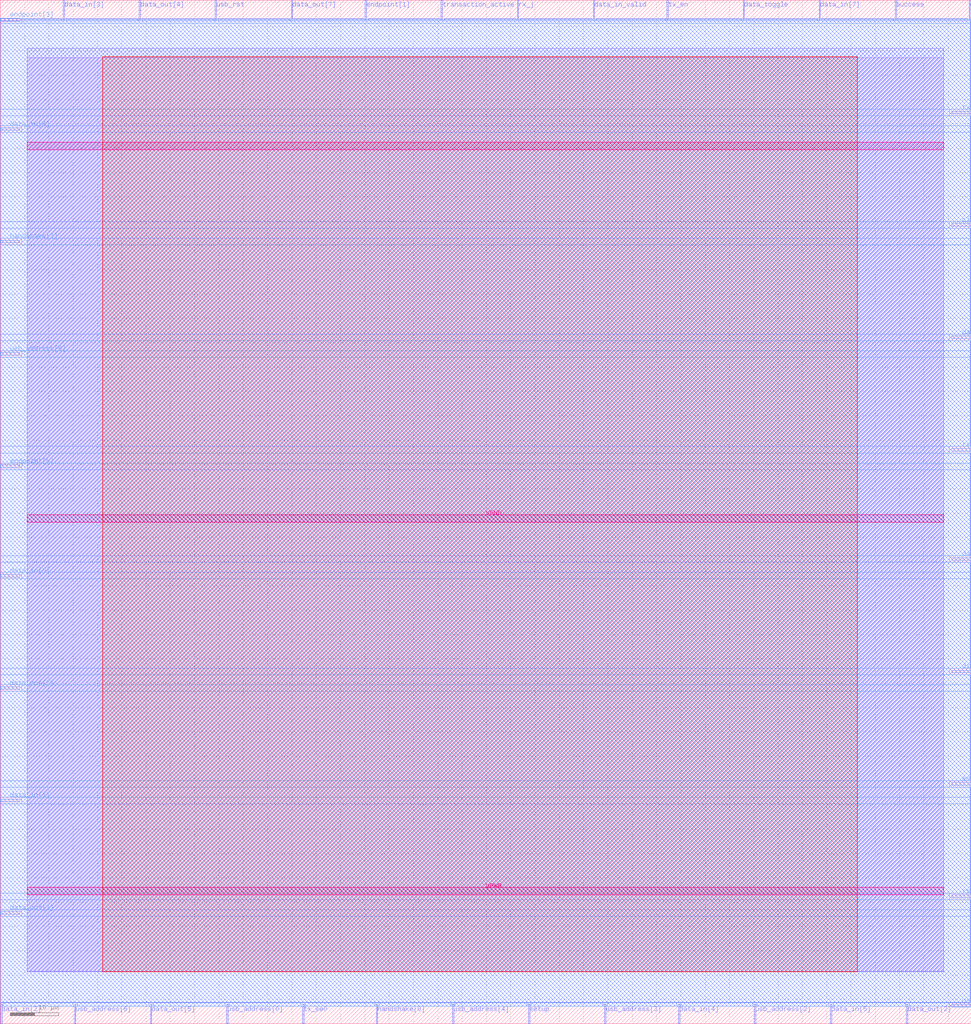
<source format=lef>
VERSION 5.7 ;
  NOWIREEXTENSIONATPIN ON ;
  DIVIDERCHAR "/" ;
  BUSBITCHARS "[]" ;
MACRO usb
  CLASS BLOCK ;
  FOREIGN usb ;
  ORIGIN 0.000 0.000 ;
  SIZE 199.725 BY 210.445 ;
  PIN clk_48
    DIRECTION INPUT ;
    PORT
      LAYER met3 ;
        RECT 195.725 163.920 199.725 164.520 ;
    END
  END clk_48
  PIN data_in[0]
    DIRECTION INPUT ;
    PORT
      LAYER met3 ;
        RECT 0.000 91.840 4.000 92.440 ;
    END
  END data_in[0]
  PIN data_in[1]
    DIRECTION INPUT ;
    PORT
      LAYER met3 ;
        RECT 0.000 45.600 4.000 46.200 ;
    END
  END data_in[1]
  PIN data_in[2]
    DIRECTION INPUT ;
    PORT
      LAYER met2 ;
        RECT 0.090 0.000 0.370 4.000 ;
    END
  END data_in[2]
  PIN data_in[3]
    DIRECTION INPUT ;
    PORT
      LAYER met2 ;
        RECT 12.970 206.445 13.250 210.445 ;
    END
  END data_in[3]
  PIN data_in[4]
    DIRECTION INPUT ;
    PORT
      LAYER met2 ;
        RECT 139.470 0.000 139.750 4.000 ;
    END
  END data_in[4]
  PIN data_in[5]
    DIRECTION INPUT ;
    PORT
      LAYER met2 ;
        RECT 170.750 0.000 171.030 4.000 ;
    END
  END data_in[5]
  PIN data_in[6]
    DIRECTION INPUT ;
    PORT
      LAYER met3 ;
        RECT 0.000 183.640 4.000 184.240 ;
    END
  END data_in[6]
  PIN data_in[7]
    DIRECTION INPUT ;
    PORT
      LAYER met2 ;
        RECT 168.450 206.445 168.730 210.445 ;
    END
  END data_in[7]
  PIN data_in_valid
    DIRECTION INPUT ;
    PORT
      LAYER met2 ;
        RECT 121.990 206.445 122.270 210.445 ;
    END
  END data_in_valid
  PIN data_out[0]
    DIRECTION OUTPUT TRISTATE ;
    PORT
      LAYER met2 ;
        RECT 199.270 206.445 199.550 210.445 ;
    END
  END data_out[0]
  PIN data_out[1]
    DIRECTION OUTPUT TRISTATE ;
    PORT
      LAYER met3 ;
        RECT 0.000 22.480 4.000 23.080 ;
    END
  END data_out[1]
  PIN data_out[2]
    DIRECTION OUTPUT TRISTATE ;
    PORT
      LAYER met2 ;
        RECT 186.390 0.000 186.670 4.000 ;
    END
  END data_out[2]
  PIN data_out[3]
    DIRECTION OUTPUT TRISTATE ;
    PORT
      LAYER met3 ;
        RECT 0.000 68.720 4.000 69.320 ;
    END
  END data_out[3]
  PIN data_out[4]
    DIRECTION OUTPUT TRISTATE ;
    PORT
      LAYER met2 ;
        RECT 28.610 206.445 28.890 210.445 ;
    END
  END data_out[4]
  PIN data_out[5]
    DIRECTION OUTPUT TRISTATE ;
    PORT
      LAYER met2 ;
        RECT 30.910 0.000 31.190 4.000 ;
    END
  END data_out[5]
  PIN data_out[6]
    DIRECTION OUTPUT TRISTATE ;
    PORT
      LAYER met3 ;
        RECT 195.725 95.240 199.725 95.840 ;
    END
  END data_out[6]
  PIN data_out[7]
    DIRECTION OUTPUT TRISTATE ;
    PORT
      LAYER met2 ;
        RECT 59.890 206.445 60.170 210.445 ;
    END
  END data_out[7]
  PIN data_strobe
    DIRECTION OUTPUT TRISTATE ;
    PORT
      LAYER met3 ;
        RECT 195.725 140.800 199.725 141.400 ;
    END
  END data_strobe
  PIN data_toggle
    DIRECTION INPUT ;
    PORT
      LAYER met2 ;
        RECT 152.810 206.445 153.090 210.445 ;
    END
  END data_toggle
  PIN direction_in
    DIRECTION OUTPUT TRISTATE ;
    PORT
      LAYER met3 ;
        RECT 195.725 72.120 199.725 72.720 ;
    END
  END direction_in
  PIN endpoint[0]
    DIRECTION OUTPUT TRISTATE ;
    PORT
      LAYER met3 ;
        RECT 0.000 114.280 4.000 114.880 ;
    END
  END endpoint[0]
  PIN endpoint[1]
    DIRECTION OUTPUT TRISTATE ;
    PORT
      LAYER met2 ;
        RECT 75.070 206.445 75.350 210.445 ;
    END
  END endpoint[1]
  PIN endpoint[2]
    DIRECTION OUTPUT TRISTATE ;
    PORT
      LAYER met3 ;
        RECT 195.725 49.000 199.725 49.600 ;
    END
  END endpoint[2]
  PIN endpoint[3]
    DIRECTION OUTPUT TRISTATE ;
    PORT
      LAYER met3 ;
        RECT 0.000 206.080 4.000 206.680 ;
    END
  END endpoint[3]
  PIN handshake[0]
    DIRECTION INPUT ;
    PORT
      LAYER met2 ;
        RECT 77.370 0.000 77.650 4.000 ;
    END
  END handshake[0]
  PIN handshake[1]
    DIRECTION INPUT ;
    PORT
      LAYER met3 ;
        RECT 0.000 160.520 4.000 161.120 ;
    END
  END handshake[1]
  PIN rst_n
    DIRECTION INPUT ;
    PORT
      LAYER met3 ;
        RECT 195.725 25.880 199.725 26.480 ;
    END
  END rst_n
  PIN rx_j
    DIRECTION INPUT ;
    PORT
      LAYER met2 ;
        RECT 106.350 206.445 106.630 210.445 ;
    END
  END rx_j
  PIN rx_se0
    DIRECTION INPUT ;
    PORT
      LAYER met3 ;
        RECT 195.725 187.040 199.725 187.640 ;
    END
  END rx_se0
  PIN setup
    DIRECTION OUTPUT TRISTATE ;
    PORT
      LAYER met2 ;
        RECT 108.650 0.000 108.930 4.000 ;
    END
  END setup
  PIN success
    DIRECTION OUTPUT TRISTATE ;
    PORT
      LAYER met2 ;
        RECT 184.090 206.445 184.370 210.445 ;
    END
  END success
  PIN transaction_active
    DIRECTION OUTPUT TRISTATE ;
    PORT
      LAYER met2 ;
        RECT 90.710 206.445 90.990 210.445 ;
    END
  END transaction_active
  PIN tx_en
    DIRECTION OUTPUT TRISTATE ;
    PORT
      LAYER met2 ;
        RECT 137.170 206.445 137.450 210.445 ;
    END
  END tx_en
  PIN tx_j
    DIRECTION OUTPUT TRISTATE ;
    PORT
      LAYER met3 ;
        RECT 195.725 117.680 199.725 118.280 ;
    END
  END tx_j
  PIN tx_se0
    DIRECTION OUTPUT TRISTATE ;
    PORT
      LAYER met2 ;
        RECT 62.190 0.000 62.470 4.000 ;
    END
  END tx_se0
  PIN usb_address[0]
    DIRECTION INPUT ;
    PORT
      LAYER met2 ;
        RECT 46.550 0.000 46.830 4.000 ;
    END
  END usb_address[0]
  PIN usb_address[1]
    DIRECTION INPUT ;
    PORT
      LAYER met3 ;
        RECT 195.725 3.440 199.725 4.040 ;
    END
  END usb_address[1]
  PIN usb_address[2]
    DIRECTION INPUT ;
    PORT
      LAYER met2 ;
        RECT 155.110 0.000 155.390 4.000 ;
    END
  END usb_address[2]
  PIN usb_address[3]
    DIRECTION INPUT ;
    PORT
      LAYER met2 ;
        RECT 124.290 0.000 124.570 4.000 ;
    END
  END usb_address[3]
  PIN usb_address[4]
    DIRECTION INPUT ;
    PORT
      LAYER met2 ;
        RECT 93.010 0.000 93.290 4.000 ;
    END
  END usb_address[4]
  PIN usb_address[5]
    DIRECTION INPUT ;
    PORT
      LAYER met3 ;
        RECT 0.000 137.400 4.000 138.000 ;
    END
  END usb_address[5]
  PIN usb_address[6]
    DIRECTION INPUT ;
    PORT
      LAYER met2 ;
        RECT 15.270 0.000 15.550 4.000 ;
    END
  END usb_address[6]
  PIN usb_rst
    DIRECTION OUTPUT TRISTATE ;
    PORT
      LAYER met2 ;
        RECT 44.250 206.445 44.530 210.445 ;
    END
  END usb_rst
  PIN VPWR
    DIRECTION INPUT ;
    USE POWER ;
    PORT
      LAYER met5 ;
        RECT 5.520 26.490 194.120 28.090 ;
    END
  END VPWR
  PIN VGND
    DIRECTION INPUT ;
    USE GROUND ;
    PORT
      LAYER met5 ;
        RECT 5.520 103.080 194.120 104.680 ;
    END
  END VGND
  OBS
      LAYER li1 ;
        RECT 5.520 10.795 194.120 198.645 ;
      LAYER met1 ;
        RECT 5.520 10.640 194.120 200.560 ;
      LAYER met2 ;
        RECT 0.090 206.165 12.690 206.565 ;
        RECT 13.530 206.165 28.330 206.565 ;
        RECT 29.170 206.165 43.970 206.565 ;
        RECT 44.810 206.165 59.610 206.565 ;
        RECT 60.450 206.165 74.790 206.565 ;
        RECT 75.630 206.165 90.430 206.565 ;
        RECT 91.270 206.165 106.070 206.565 ;
        RECT 106.910 206.165 121.710 206.565 ;
        RECT 122.550 206.165 136.890 206.565 ;
        RECT 137.730 206.165 152.530 206.565 ;
        RECT 153.370 206.165 168.170 206.565 ;
        RECT 169.010 206.165 183.810 206.565 ;
        RECT 184.650 206.165 198.990 206.565 ;
        RECT 0.090 4.280 199.550 206.165 ;
        RECT 0.650 3.555 14.990 4.280 ;
        RECT 15.830 3.555 30.630 4.280 ;
        RECT 31.470 3.555 46.270 4.280 ;
        RECT 47.110 3.555 61.910 4.280 ;
        RECT 62.750 3.555 77.090 4.280 ;
        RECT 77.930 3.555 92.730 4.280 ;
        RECT 93.570 3.555 108.370 4.280 ;
        RECT 109.210 3.555 124.010 4.280 ;
        RECT 124.850 3.555 139.190 4.280 ;
        RECT 140.030 3.555 154.830 4.280 ;
        RECT 155.670 3.555 170.470 4.280 ;
        RECT 171.310 3.555 186.110 4.280 ;
        RECT 186.950 3.555 199.550 4.280 ;
      LAYER met3 ;
        RECT 4.400 205.680 199.575 206.545 ;
        RECT 0.065 188.040 199.575 205.680 ;
        RECT 0.065 186.640 195.325 188.040 ;
        RECT 0.065 184.640 199.575 186.640 ;
        RECT 4.400 183.240 199.575 184.640 ;
        RECT 0.065 164.920 199.575 183.240 ;
        RECT 0.065 163.520 195.325 164.920 ;
        RECT 0.065 161.520 199.575 163.520 ;
        RECT 4.400 160.120 199.575 161.520 ;
        RECT 0.065 141.800 199.575 160.120 ;
        RECT 0.065 140.400 195.325 141.800 ;
        RECT 0.065 138.400 199.575 140.400 ;
        RECT 4.400 137.000 199.575 138.400 ;
        RECT 0.065 118.680 199.575 137.000 ;
        RECT 0.065 117.280 195.325 118.680 ;
        RECT 0.065 115.280 199.575 117.280 ;
        RECT 4.400 113.880 199.575 115.280 ;
        RECT 0.065 96.240 199.575 113.880 ;
        RECT 0.065 94.840 195.325 96.240 ;
        RECT 0.065 92.840 199.575 94.840 ;
        RECT 4.400 91.440 199.575 92.840 ;
        RECT 0.065 73.120 199.575 91.440 ;
        RECT 0.065 71.720 195.325 73.120 ;
        RECT 0.065 69.720 199.575 71.720 ;
        RECT 4.400 68.320 199.575 69.720 ;
        RECT 0.065 50.000 199.575 68.320 ;
        RECT 0.065 48.600 195.325 50.000 ;
        RECT 0.065 46.600 199.575 48.600 ;
        RECT 4.400 45.200 199.575 46.600 ;
        RECT 0.065 26.880 199.575 45.200 ;
        RECT 0.065 25.480 195.325 26.880 ;
        RECT 0.065 23.480 199.575 25.480 ;
        RECT 4.400 22.080 199.575 23.480 ;
        RECT 0.065 4.440 199.575 22.080 ;
        RECT 0.065 3.575 195.325 4.440 ;
      LAYER met4 ;
        RECT 21.040 10.640 176.240 198.800 ;
      LAYER met5 ;
        RECT 5.520 179.670 194.120 181.270 ;
  END
END usb
END LIBRARY


</source>
